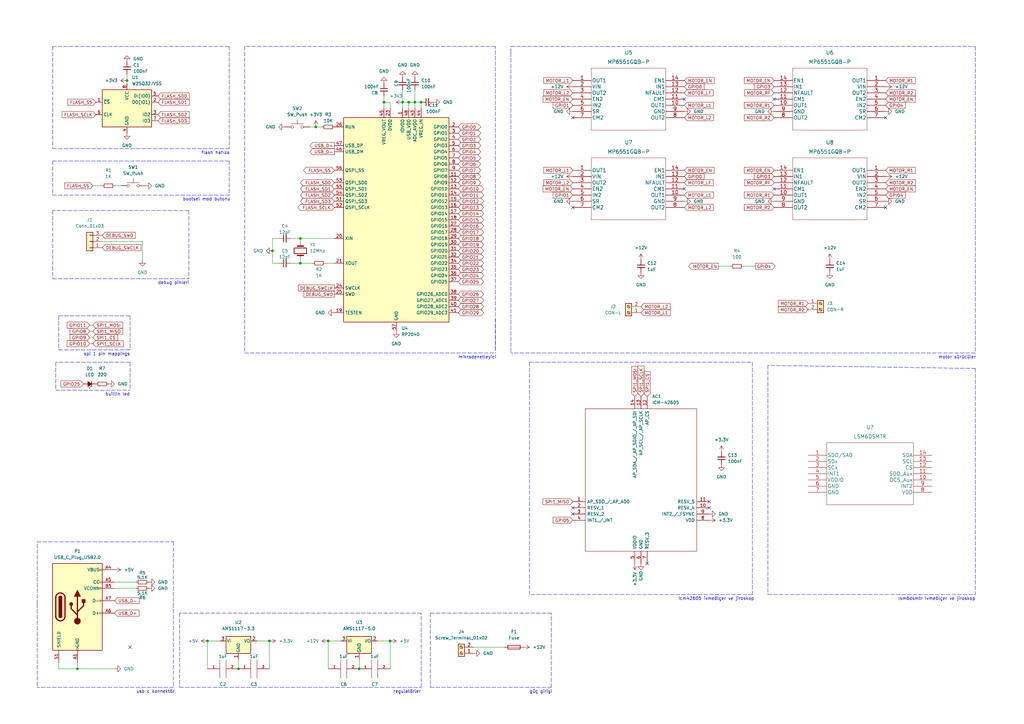
<source format=kicad_sch>
(kicad_sch (version 20211123) (generator eeschema)
  (paper "A3")
  (title_block (title "SFLKART"))
  (junction (at 167.64 41.91))
  (junction (at 111.76 102.87))
  (junction (at 123.19 107.95))
  (junction (at 134.62 262.89))
  (junction (at 110.49 262.89))
  (junction (at 85.09 262.89))
  (junction (at 123.19 97.79))
  (junction (at 147.32 274.32))
  (junction (at 160.02 262.89))
  (junction (at 129.54 52.07))
  (junction (at 172.72 41.91))
  (junction (at 97.79 274.32))
  (junction (at 31.75 274.32))
  (junction (at 52.07 33.02))
  (junction (at 170.18 41.91))
  (junction (at 165.1 41.91))
  (junction (at 157.48 41.91))
  (no_connect (at 280.67 77.47))
  (no_connect (at 317.5 77.47))
  (no_connect (at 265.43 231.14))
  (no_connect (at 234.95 208.28))
  (no_connect (at 234.95 210.82))
  (no_connect (at 290.83 205.74))
  (no_connect (at 290.83 208.28))
  (no_connect (at 363.22 85.09))
  (no_connect (at 317.5 40.64))
  (no_connect (at 363.22 48.26))
  (no_connect (at 280.67 40.64))
  (no_connect (at 234.95 48.26))
  (no_connect (at 234.95 85.09))
  (no_connect (at 53.34 265.43))
  (polyline (pts (xy 203.2 143.51) (xy 203.2 19.05)))
  (polyline (pts (xy 93.98 19.05) (xy 21.59 19.05)))
  (wire (pts (xy 170.18 41.91) (xy 172.72 41.91)))
  (polyline (pts (xy 176.53 251.46) (xy 226.06 251.46)))
  (polyline (pts (xy 400.05 19.05) (xy 400.05 144.78)))
  (polyline (pts (xy 21.59 19.05) (xy 21.59 60.96)))
  (wire (pts (xy 36.83 138.43) (xy 38.1 138.43)))
  (wire (pts (xy 85.09 262.89) (xy 85.09 274.32)))
  (wire (pts (xy 24.13 274.32) (xy 24.13 271.78)))
  (wire (pts (xy 165.1 41.91) (xy 165.1 44.45)))
  (polyline (pts (xy 71.12 281.94) (xy 15.24 281.94)))
  (polyline (pts (xy 24.13 129.54) (xy 24.13 143.51)))
  (wire (pts (xy 123.19 106.68) (xy 123.19 107.95)))
  (wire (pts (xy 127 52.07) (xy 129.54 52.07)))
  (polyline (pts (xy 53.34 148.59) (xy 22.86 148.59)))
  (wire (pts (xy 36.83 133.35) (xy 38.1 133.35)))
  (wire (pts (xy 46.99 274.32) (xy 31.75 274.32)))
  (wire (pts (xy 114.3 97.79) (xy 111.76 97.79)))
  (polyline (pts (xy 21.59 114.3) (xy 77.47 114.3)))
  (polyline (pts (xy 15.24 247.65) (xy 15.24 281.94)))
  (polyline (pts (xy 77.47 86.36) (xy 21.59 86.36)))
  (wire (pts (xy 147.32 270.51) (xy 147.32 274.32)))
  (wire (pts (xy 111.76 97.79) (xy 111.76 102.87)))
  (wire (pts (xy 157.48 39.37) (xy 157.48 41.91)))
  (polyline (pts (xy 100.33 19.05) (xy 100.33 144.78)))
  (wire (pts (xy 38.1 76.2) (xy 41.91 76.2)))
  (polyline (pts (xy 100.33 144.78) (xy 203.2 144.78)))
  (polyline (pts (xy 93.98 66.04) (xy 93.98 80.01)))
  (polyline (pts (xy 314.96 243.84) (xy 400.05 243.84)))
  (wire (pts (xy 52.07 33.02) (xy 52.07 34.29)))
  (polyline (pts (xy 15.24 222.25) (xy 71.12 222.25)))
  (polyline (pts (xy 73.66 281.94) (xy 172.72 281.94)))
  (polyline (pts (xy 217.17 148.59) (xy 308.61 148.59)))
  (wire (pts (xy 309.88 109.22) (xy 304.8 109.22)))
  (polyline (pts (xy 22.86 160.02) (xy 53.34 160.02)))
  (wire (pts (xy 114.3 107.95) (xy 111.76 107.95)))
  (polyline (pts (xy 73.66 251.46) (xy 73.66 281.94)))
  (polyline (pts (xy 15.24 247.65) (xy 15.24 222.25)))
  (wire (pts (xy 154.94 262.89) (xy 160.02 262.89)))
  (wire (pts (xy 160.02 41.91) (xy 160.02 44.45)))
  (wire (pts (xy 31.75 274.32) (xy 31.75 271.78)))
  (wire (pts (xy 157.48 41.91) (xy 157.48 44.45)))
  (polyline (pts (xy 93.98 19.05) (xy 93.98 60.96)))
  (polyline (pts (xy 203.2 130.81) (xy 203.2 144.78)))
  (polyline (pts (xy 172.72 251.46) (xy 73.66 251.46)))
  (wire (pts (xy 41.91 99.06) (xy 58.42 99.06)))
  (polyline (pts (xy 71.12 247.65) (xy 71.12 281.94)))
  (polyline (pts (xy 21.59 86.36) (xy 21.59 114.3)))
  (polyline (pts (xy 209.55 19.05) (xy 400.05 19.05)))
  (wire (pts (xy 157.48 41.91) (xy 160.02 41.91)))
  (polyline (pts (xy 77.47 86.36) (xy 77.47 114.3)))
  (polyline (pts (xy 314.96 149.86) (xy 314.96 243.84)))
  (polyline (pts (xy 400.05 144.78) (xy 209.55 144.78)))
  (wire (pts (xy 170.18 41.91) (xy 170.18 44.45)))
  (wire (pts (xy 36.83 135.89) (xy 38.1 135.89)))
  (wire (pts (xy 55.88 238.76) (xy 46.99 238.76)))
  (wire (pts (xy 85.09 262.89) (xy 90.17 262.89)))
  (wire (pts (xy 52.07 30.48) (xy 52.07 33.02)))
  (wire (pts (xy 160.02 262.89) (xy 160.02 274.32)))
  (wire (pts (xy 167.64 41.91) (xy 167.64 44.45)))
  (polyline (pts (xy 93.98 66.04) (xy 21.59 66.04)))
  (wire (pts (xy 194.31 265.43) (xy 207.01 265.43)))
  (polyline (pts (xy 21.59 66.04) (xy 21.59 80.01)))
  (wire (pts (xy 111.76 107.95) (xy 111.76 102.87)))
  (polyline (pts (xy 21.59 60.96) (xy 93.98 60.96)))
  (wire (pts (xy 97.79 270.51) (xy 97.79 274.32)))
  (wire (pts (xy 123.19 107.95) (xy 128.27 107.95)))
  (wire (pts (xy 58.42 99.06) (xy 58.42 106.68)))
  (wire (pts (xy 172.72 41.91) (xy 172.72 44.45)))
  (wire (pts (xy 119.38 97.79) (xy 123.19 97.79)))
  (polyline (pts (xy 400.05 151.13) (xy 314.96 149.86)))
  (polyline (pts (xy 21.59 80.01) (xy 93.98 80.01)))
  (wire (pts (xy 119.38 107.95) (xy 123.19 107.95)))
  (polyline (pts (xy 24.13 129.54) (xy 53.34 129.54)))
  (wire (pts (xy 123.19 97.79) (xy 123.19 99.06)))
  (wire (pts (xy 167.64 41.91) (xy 170.18 41.91)))
  (wire (pts (xy 24.13 274.32) (xy 31.75 274.32)))
  (wire (pts (xy 46.99 76.2) (xy 49.53 76.2)))
  (polyline (pts (xy 172.72 281.94) (xy 172.72 251.46)))
  (wire (pts (xy 170.18 36.83) (xy 170.18 41.91)))
  (polyline (pts (xy 209.55 21.59) (xy 209.55 19.05)))
  (wire (pts (xy 129.54 52.07) (xy 132.08 52.07)))
  (wire (pts (xy 123.19 97.79) (xy 137.16 97.79)))
  (polyline (pts (xy 203.2 19.05) (xy 100.33 19.05)))
  (polyline (pts (xy 308.61 243.84) (xy 217.17 243.84)))
  (wire (pts (xy 105.41 262.89) (xy 110.49 262.89)))
  (wire (pts (xy 165.1 36.83) (xy 165.1 41.91)))
  (polyline (pts (xy 209.55 21.59) (xy 209.55 144.78)))
  (polyline (pts (xy 24.13 143.51) (xy 53.34 143.51)))
  (polyline (pts (xy 226.06 281.94) (xy 226.06 251.46)))
  (polyline (pts (xy 176.53 251.46) (xy 176.53 281.94)))
  (polyline (pts (xy 217.17 148.59) (xy 217.17 243.84)))
  (polyline (pts (xy 22.86 148.59) (xy 22.86 160.02)))
  (polyline (pts (xy 308.61 148.59) (xy 308.61 243.84)))
  (wire (pts (xy 133.35 107.95) (xy 137.16 107.95)))
  (wire (pts (xy 36.83 140.97) (xy 38.1 140.97)))
  (polyline (pts (xy 176.53 281.94) (xy 226.06 281.94)))
  (polyline (pts (xy 53.34 129.54) (xy 53.34 143.51)))
  (wire (pts (xy 110.49 262.89) (xy 110.49 274.32)))
  (wire (pts (xy 165.1 41.91) (xy 167.64 41.91)))
  (polyline (pts (xy 71.12 222.25) (xy 71.12 247.65)))
  (wire (pts (xy 46.99 241.3) (xy 55.88 241.3)))
  (wire (pts (xy 134.62 262.89) (xy 134.62 274.32)))
  (wire (pts (xy 134.62 262.89) (xy 139.7 262.89)))
  (polyline (pts (xy 400.05 151.13) (xy 400.05 243.84)))
  (wire (pts (xy 294.64 109.22) (xy 299.72 109.22)))
  (polyline (pts (xy 53.34 148.59) (xy 53.34 160.02)))
  (text "bootsel mod butonu" (at 74.93 82.55 0) (effects (font (size 1.27 1.27)) (justify left bottom)))
  (text "güç girişi" (at 217.17 284.48 0) (effects (font (size 1.27 1.27)) (justify left bottom)))
  (text "mikrodenetleyici" (at 187.96 147.32 0) (effects (font (size 1.27 1.27)) (justify left bottom)))
  (text "icm42605 ivmeölçer ve jiroskop" (at 278.13 246.38 0) (effects (font (size 1.27 1.27)) (justify left bottom)))
  (text "spi 1 pin mappings\n" (at 34.29 146.05 0) (effects (font (size 1.27 1.27)) (justify left bottom)))
  (text "usb c konnektör\n" (at 55.88 284.48 0) (effects (font (size 1.27 1.27)) (justify left bottom)))
  (text "builtin led\n" (at 43.18 162.56 0) (effects (font (size 1.27 1.27)) (justify left bottom)))
  (text "motor sürücüler\n" (at 384.81 147.32 0) (effects (font (size 1.27 1.27)) (justify left bottom)))
  (text "flash hafıza" (at 82.55 63.5 0) (effects (font (size 1.27 1.27)) (justify left bottom)))
  (text "regulatörler\n" (at 161.29 284.48 0) (effects (font (size 1.27 1.27)) (justify left bottom)))
  (text "debug pinleri\n" (at 64.77 116.84 0) (effects (font (size 1.27 1.27)) (justify left bottom)))
  (text "lsm6dsmtr ivmeölçer ve jiroskop\n" (at 368.3 246.38 0) (effects (font (size 1.27 1.27)) (justify left bottom)))
  (global_label "DEBUG_SWCLK" (shape input) (at 41.91 101.6 0) (property "Sayfalar Arası Referanslar" "${INTERSHEET_REFS}" (effects hide)))
  (global_label "MOTOR_L1" (shape input) (at 262.89 128.27 0) (property "Sayfalar Arası Referanslar" "${INTERSHEET_REFS}" (effects hide)))
  (global_label "FLASH_SS" (shape input) (at 38.1 76.2 180) (property "Sayfalar Arası Referanslar" "${INTERSHEET_REFS}" (effects hide)))
  (global_label "SPI1_SCLK" (shape input) (at 262.89 162.56 90) (property "Sayfalar Arası Referanslar" "${INTERSHEET_REFS}" (effects hide)))
  (global_label "MOTOR_EN" (shape output) (at 294.64 109.22 180) (property "Sayfalar Arası Referanslar" "${INTERSHEET_REFS}" (effects hide)))
  (global_label "GPIO25" (shape bidirectional) (at 187.96 115.57 0) (property "Sayfalar Arası Referanslar" "${INTERSHEET_REFS}" (effects hide)))
  (global_label "SPI1_MOSI" (shape input) (at 38.1 133.35 0) (property "Sayfalar Arası Referanslar" "${INTERSHEET_REFS}" (effects hide)))
  (global_label "MOTOR_L2" (shape input) (at 280.67 85.09 0) (property "Sayfalar Arası Referanslar" "${INTERSHEET_REFS}" (effects hide)))
  (global_label "MOTOR_R1" (shape input) (at 363.22 33.02 0) (property "Sayfalar Arası Referanslar" "${INTERSHEET_REFS}" (effects hide)))
  (global_label "GPIO4" (shape output) (at 309.88 109.22 0) (property "Sayfalar Arası Referanslar" "${INTERSHEET_REFS}" (effects hide)))
  (global_label "SPI1_MISO" (shape input) (at 38.1 135.89 0) (property "Sayfalar Arası Referanslar" "${INTERSHEET_REFS}" (effects hide)))
  (global_label "GPIO2" (shape bidirectional) (at 187.96 57.15 0) (property "Sayfalar Arası Referanslar" "${INTERSHEET_REFS}" (effects hide)))
  (global_label "DEBUG_SWD" (shape input) (at 41.91 96.52 0) (property "Sayfalar Arası Referanslar" "${INTERSHEET_REFS}" (effects hide)))
  (global_label "MOTOR_L2" (shape input) (at 234.95 74.93 180) (property "Sayfalar Arası Referanslar" "${INTERSHEET_REFS}" (effects hide)))
  (global_label "GPIO3" (shape input) (at 317.5 35.56 180) (property "Sayfalar Arası Referanslar" "${INTERSHEET_REFS}" (effects hide)))
  (global_label "GPIO24" (shape bidirectional) (at 187.96 113.03 0) (property "Sayfalar Arası Referanslar" "${INTERSHEET_REFS}" (effects hide)))
  (global_label "MOTOR_L1" (shape input) (at 280.67 80.01 0) (property "Sayfalar Arası Referanslar" "${INTERSHEET_REFS}" (effects hide)))
  (global_label "FLASH_SD1" (shape bidirectional) (at 137.16 77.47 180) (property "Sayfalar Arası Referanslar" "${INTERSHEET_REFS}" (effects hide)))
  (global_label "GPIO5" (shape bidirectional) (at 187.96 64.77 0) (property "Sayfalar Arası Referanslar" "${INTERSHEET_REFS}" (effects hide)))
  (global_label "GPIO6" (shape bidirectional) (at 187.96 67.31 0) (property "Sayfalar Arası Referanslar" "${INTERSHEET_REFS}" (effects hide)))
  (global_label "MOTOR_RF" (shape input) (at 317.5 38.1 180) (property "Sayfalar Arası Referanslar" "${INTERSHEET_REFS}" (effects hide)))
  (global_label "GPIO7" (shape bidirectional) (at 187.96 69.85 0) (property "Sayfalar Arası Referanslar" "${INTERSHEET_REFS}" (effects hide)))
  (global_label "GPIO25" (shape input) (at 34.29 157.48 180) (property "Sayfalar Arası Referanslar" "${INTERSHEET_REFS}" (effects hide)))
  (global_label "GPIO16" (shape bidirectional) (at 187.96 92.71 0) (property "Sayfalar Arası Referanslar" "${INTERSHEET_REFS}" (effects hide)))
  (global_label "GPIO3" (shape bidirectional) (at 187.96 59.69 0) (property "Sayfalar Arası Referanslar" "${INTERSHEET_REFS}" (effects hide)))
  (global_label "MOTOR_R2" (shape input) (at 317.5 85.09 180) (property "Sayfalar Arası Referanslar" "${INTERSHEET_REFS}" (effects hide)))
  (global_label "MOTOR_EN" (shape input) (at 234.95 77.47 180) (property "Sayfalar Arası Referanslar" "${INTERSHEET_REFS}" (effects hide)))
  (global_label "GPIO23" (shape bidirectional) (at 187.96 110.49 0) (property "Sayfalar Arası Referanslar" "${INTERSHEET_REFS}" (effects hide)))
  (global_label "SPI1_CS" (shape input) (at 38.1 138.43 0) (property "Sayfalar Arası Referanslar" "${INTERSHEET_REFS}" (effects hide)))
  (global_label "GPIO15" (shape bidirectional) (at 187.96 90.17 0) (property "Sayfalar Arası Referanslar" "${INTERSHEET_REFS}" (effects hide)))
  (global_label "MOTOR_R1" (shape input) (at 363.22 69.85 0) (property "Sayfalar Arası Referanslar" "${INTERSHEET_REFS}" (effects hide)))
  (global_label "GPIO10" (shape bidirectional) (at 187.96 77.47 0) (property "Sayfalar Arası Referanslar" "${INTERSHEET_REFS}" (effects hide)))
  (global_label "GPIO4" (shape input) (at 363.22 43.18 0) (property "Sayfalar Arası Referanslar" "${INTERSHEET_REFS}" (effects hide)))
  (global_label "MOTOR_R1" (shape input) (at 331.47 124.46 180) (property "Sayfalar Arası Referanslar" "${INTERSHEET_REFS}" (effects hide)))
  (global_label "GPIO19" (shape bidirectional) (at 187.96 100.33 0) (property "Sayfalar Arası Referanslar" "${INTERSHEET_REFS}" (effects hide)))
  (global_label "MOTOR_R1" (shape input) (at 317.5 43.18 180) (property "Sayfalar Arası Referanslar" "${INTERSHEET_REFS}" (effects hide)))
  (global_label "FLASH_SD3" (shape bidirectional) (at 137.16 82.55 180) (property "Sayfalar Arası Referanslar" "${INTERSHEET_REFS}" (effects hide)))
  (global_label "GPIO11" (shape input) (at 36.83 133.35 180) (property "Sayfalar Arası Referanslar" "${INTERSHEET_REFS}" (effects hide)))
  (global_label "GPIO8" (shape bidirectional) (at 187.96 72.39 0) (property "Sayfalar Arası Referanslar" "${INTERSHEET_REFS}" (effects hide)))
  (global_label "GPIO22" (shape bidirectional) (at 187.96 107.95 0) (property "Sayfalar Arası Referanslar" "${INTERSHEET_REFS}" (effects hide)))
  (global_label "FLASH_SCLK" (shape input) (at 39.37 46.99 180) (property "Sayfalar Arası Referanslar" "${INTERSHEET_REFS}" (effects hide)))
  (global_label "GPIO21" (shape bidirectional) (at 187.96 105.41 0) (property "Sayfalar Arası Referanslar" "${INTERSHEET_REFS}" (effects hide)))
  (global_label "SPI1_SCLK" (shape input) (at 38.1 140.97 0) (property "Sayfalar Arası Referanslar" "${INTERSHEET_REFS}" (effects hide)))
  (global_label "GPIO5" (shape input) (at 234.95 213.36 180) (property "Sayfalar Arası Referanslar" "${INTERSHEET_REFS}" (effects hide)))
  (global_label "MOTOR_R2" (shape input) (at 363.22 38.1 0) (property "Sayfalar Arası Referanslar" "${INTERSHEET_REFS}" (effects hide)))
  (global_label "USB_D-" (shape output) (at 137.16 62.23 180) (property "Sayfalar Arası Referanslar" "${INTERSHEET_REFS}" (effects hide)))
  (global_label "USB_D+" (shape output) (at 137.16 59.69 180) (property "Sayfalar Arası Referanslar" "${INTERSHEET_REFS}" (effects hide)))
  (global_label "GPIO29" (shape bidirectional) (at 187.96 128.27 0) (property "Sayfalar Arası Referanslar" "${INTERSHEET_REFS}" (effects hide)))
  (global_label "GPIO3" (shape input) (at 317.5 72.39 180) (property "Sayfalar Arası Referanslar" "${INTERSHEET_REFS}" (effects hide)))
  (global_label "SPI1_CS" (shape input) (at 265.43 162.56 90) (property "Sayfalar Arası Referanslar" "${INTERSHEET_REFS}" (effects hide)))
  (global_label "GPIO26" (shape bidirectional) (at 187.96 120.65 0) (property "Sayfalar Arası Referanslar" "${INTERSHEET_REFS}" (effects hide)))
  (global_label "MOTOR_L1" (shape input) (at 234.95 69.85 180) (property "Sayfalar Arası Referanslar" "${INTERSHEET_REFS}" (effects hide)))
  (global_label "SPI1_MOSI" (shape input) (at 260.35 162.56 90) (property "Sayfalar Arası Referanslar" "${INTERSHEET_REFS}" (effects hide)))
  (global_label "GPIO9" (shape bidirectional) (at 187.96 74.93 0) (property "Sayfalar Arası Referanslar" "${INTERSHEET_REFS}" (effects hide)))
  (global_label "MOTOR_R2" (shape input) (at 363.22 74.93 0) (property "Sayfalar Arası Referanslar" "${INTERSHEET_REFS}" (effects hide)))
  (global_label "MOTOR_EN" (shape input) (at 317.5 69.85 180) (property "Sayfalar Arası Referanslar" "${INTERSHEET_REFS}" (effects hide)))
  (global_label "MOTOR_R2" (shape input) (at 317.5 48.26 180) (property "Sayfalar Arası Referanslar" "${INTERSHEET_REFS}" (effects hide)))
  (global_label "DEBUG_SWD" (shape passive) (at 137.16 120.65 180) (property "Sayfalar Arası Referanslar" "${INTERSHEET_REFS}" (effects hide)))
  (global_label "USB_D-" (shape input) (at 46.99 246.38 0) (property "Sayfalar Arası Referanslar" "${INTERSHEET_REFS}" (effects hide)))
  (global_label "MOTOR_L2" (shape input) (at 280.67 48.26 0) (property "Sayfalar Arası Referanslar" "${INTERSHEET_REFS}" (effects hide)))
  (global_label "GPIO17" (shape bidirectional) (at 187.96 95.25 0) (property "Sayfalar Arası Referanslar" "${INTERSHEET_REFS}" (effects hide)))
  (global_label "GPIO0" (shape bidirectional) (at 187.96 52.07 0) (property "Sayfalar Arası Referanslar" "${INTERSHEET_REFS}" (effects hide)))
  (global_label "MOTOR_L1" (shape input) (at 280.67 43.18 0) (property "Sayfalar Arası Referanslar" "${INTERSHEET_REFS}" (effects hide)))
  (global_label "FLASH_SD2" (shape bidirectional) (at 137.16 80.01 180) (property "Sayfalar Arası Referanslar" "${INTERSHEET_REFS}" (effects hide)))
  (global_label "MOTOR_EN" (shape input) (at 234.95 40.64 180) (property "Sayfalar Arası Referanslar" "${INTERSHEET_REFS}" (effects hide)))
  (global_label "MOTOR_LF" (shape input) (at 280.67 38.1 0) (property "Sayfalar Arası Referanslar" "${INTERSHEET_REFS}" (effects hide)))
  (global_label "GPIO0" (shape input) (at 280.67 72.39 0) (property "Sayfalar Arası Referanslar" "${INTERSHEET_REFS}" (effects hide)))
  (global_label "GPIO10" (shape input) (at 36.83 140.97 180) (property "Sayfalar Arası Referanslar" "${INTERSHEET_REFS}" (effects hide)))
  (global_label "MOTOR_EN" (shape input) (at 317.5 33.02 180) (property "Sayfalar Arası Referanslar" "${INTERSHEET_REFS}" (effects hide)))
  (global_label "GPIO28" (shape bidirectional) (at 187.96 125.73 0) (property "Sayfalar Arası Referanslar" "${INTERSHEET_REFS}" (effects hide)))
  (global_label "GPIO8" (shape input) (at 36.83 135.89 180) (property "Sayfalar Arası Referanslar" "${INTERSHEET_REFS}" (effects hide)))
  (global_label "FLASH_SD3" (shape input) (at 64.77 49.53 0) (property "Sayfalar Arası Referanslar" "${INTERSHEET_REFS}" (effects hide)))
  (global_label "GPIO12" (shape bidirectional) (at 187.96 82.55 0) (property "Sayfalar Arası Referanslar" "${INTERSHEET_REFS}" (effects hide)))
  (global_label "SPI1_MISO" (shape input) (at 234.95 205.74 180) (property "Sayfalar Arası Referanslar" "${INTERSHEET_REFS}" (effects hide)))
  (global_label "FLASH_SS" (shape input) (at 39.37 41.91 180) (property "Sayfalar Arası Referanslar" "${INTERSHEET_REFS}" (effects hide)))
  (global_label "USB_D+" (shape input) (at 46.99 251.46 0) (property "Sayfalar Arası Referanslar" "${INTERSHEET_REFS}" (effects hide)))
  (global_label "GPIO1" (shape bidirectional) (at 187.96 54.61 0) (property "Sayfalar Arası Referanslar" "${INTERSHEET_REFS}" (effects hide)))
  (global_label "GPIO11" (shape bidirectional) (at 187.96 80.01 0) (property "Sayfalar Arası Referanslar" "${INTERSHEET_REFS}" (effects hide)))
  (global_label "FLASH_SD1" (shape input) (at 64.77 41.91 0) (property "Sayfalar Arası Referanslar" "${INTERSHEET_REFS}" (effects hide)))
  (global_label "MOTOR_EN" (shape input) (at 363.22 77.47 0) (property "Sayfalar Arası Referanslar" "${INTERSHEET_REFS}" (effects hide)))
  (global_label "MOTOR_RF" (shape input) (at 317.5 74.93 180) (property "Sayfalar Arası Referanslar" "${INTERSHEET_REFS}" (effects hide)))
  (global_label "GPIO1" (shape input) (at 234.95 43.18 180) (property "Sayfalar Arası Referanslar" "${INTERSHEET_REFS}" (effects hide)))
  (global_label "GPIO0" (shape input) (at 280.67 35.56 0) (property "Sayfalar Arası Referanslar" "${INTERSHEET_REFS}" (effects hide)))
  (global_label "GPIO9" (shape input) (at 36.83 138.43 180) (property "Sayfalar Arası Referanslar" "${INTERSHEET_REFS}" (effects hide)))
  (global_label "GPIO4" (shape bidirectional) (at 187.96 62.23 0) (property "Sayfalar Arası Referanslar" "${INTERSHEET_REFS}" (effects hide)))
  (global_label "MOTOR_R2" (shape input) (at 331.47 127 180) (property "Sayfalar Arası Referanslar" "${INTERSHEET_REFS}" (effects hide)))
  (global_label "MOTOR_L1" (shape input) (at 234.95 33.02 180) (property "Sayfalar Arası Referanslar" "${INTERSHEET_REFS}" (effects hide)))
  (global_label "GPIO20" (shape bidirectional) (at 187.96 102.87 0) (property "Sayfalar Arası Referanslar" "${INTERSHEET_REFS}" (effects hide)))
  (global_label "MOTOR_L2" (shape input) (at 234.95 38.1 180) (property "Sayfalar Arası Referanslar" "${INTERSHEET_REFS}" (effects hide)))
  (global_label "DEBUG_SWCLK" (shape passive) (at 137.16 118.11 180) (property "Sayfalar Arası Referanslar" "${INTERSHEET_REFS}" (effects hide)))
  (global_label "GPIO13" (shape bidirectional) (at 187.96 85.09 0) (property "Sayfalar Arası Referanslar" "${INTERSHEET_REFS}" (effects hide)))
  (global_label "FLASH_SCLK" (shape bidirectional) (at 137.16 85.09 180) (property "Sayfalar Arası Referanslar" "${INTERSHEET_REFS}" (effects hide)))
  (global_label "MOTOR_R1" (shape input) (at 317.5 80.01 180) (property "Sayfalar Arası Referanslar" "${INTERSHEET_REFS}" (effects hide)))
  (global_label "GPIO1" (shape input) (at 234.95 80.01 180) (property "Sayfalar Arası Referanslar" "${INTERSHEET_REFS}" (effects hide)))
  (global_label "GPIO18" (shape bidirectional) (at 187.96 97.79 0) (property "Sayfalar Arası Referanslar" "${INTERSHEET_REFS}" (effects hide)))
  (global_label "FLASH_SS" (shape bidirectional) (at 137.16 69.85 180) (property "Sayfalar Arası Referanslar" "${INTERSHEET_REFS}" (effects hide)))
  (global_label "FLASH_SD2" (shape input) (at 64.77 46.99 0) (property "Sayfalar Arası Referanslar" "${INTERSHEET_REFS}" (effects hide)))
  (global_label "MOTOR_LF" (shape input) (at 280.67 74.93 0) (property "Sayfalar Arası Referanslar" "${INTERSHEET_REFS}" (effects hide)))
  (global_label "GPIO14" (shape bidirectional) (at 187.96 87.63 0) (property "Sayfalar Arası Referanslar" "${INTERSHEET_REFS}" (effects hide)))
  (global_label "GPIO27" (shape bidirectional) (at 187.96 123.19 0) (property "Sayfalar Arası Referanslar" "${INTERSHEET_REFS}" (effects hide)))
  (global_label "MOTOR_EN" (shape input) (at 280.67 69.85 0) (property "Sayfalar Arası Referanslar" "${INTERSHEET_REFS}" (effects hide)))
  (global_label "MOTOR_EN" (shape input) (at 280.67 33.02 0) (property "Sayfalar Arası Referanslar" "${INTERSHEET_REFS}" (effects hide)))
  (global_label "FLASH_SD0" (shape bidirectional) (at 137.16 74.93 180) (property "Sayfalar Arası Referanslar" "${INTERSHEET_REFS}" (effects hide)))
  (global_label "MOTOR_EN" (shape input) (at 363.22 40.64 0) (property "Sayfalar Arası Referanslar" "${INTERSHEET_REFS}" (effects hide)))
  (global_label "MOTOR_L2" (shape input) (at 262.89 125.73 0) (property "Sayfalar Arası Referanslar" "${INTERSHEET_REFS}" (effects hide)))
  (global_label "FLASH_SD0" (shape input) (at 64.77 39.37 0) (property "Sayfalar Arası Referanslar" "${INTERSHEET_REFS}" (effects hide)))
  (global_label "GPIO4" (shape input) (at 363.22 80.01 0) (property "Sayfalar Arası Referanslar" "${INTERSHEET_REFS}" (effects hide)))
  (symbol (lib_id "power:GND") (at 58.42 106.68 0) (unit 1)
    (property "Reference" "#PWR0133" (effects hide))
    (property "Value" "GND" (at 58.42 111.76 0))
  )
  (symbol (lib_id "Device:LED_Small_Filled") (at 36.83 157.48 180) (unit 1)
    (property "Reference" "D1" (at 36.7665 151.13 0))
    (property "Value" "LED" (at 36.7665 153.67 0))
  )
  (symbol (lib_id "Device:C_Small") (at 52.07 27.94 0) (unit 1)
    (property "Reference" "C1" (at 54.61 26.6762 0) (effects (justify left)))
    (property "Value" "100nF" (at 54.61 29.2162 0) (effects (justify left)))
  )
  (symbol (lib_id "Device:C_Small") (at 262.89 109.22 0) (unit 1)
    (property "Reference" "C12" (at 265.43 107.9562 0) (effects (justify left)))
    (property "Value" "1uF" (at 265.43 110.4962 0) (effects (justify left)))
  )
  (symbol (lib_id "Regulator_Linear:AMS1117-3.3") (at 97.79 262.89 0) (unit 1)
    (property "Reference" "U2" (at 97.79 255.27 0))
    (property "Value" "AMS1117-3.3" (at 97.79 257.81 0))
    (property "Footprint" "Package_TO_SOT_SMD:SOT-223-3_TabPin2" (effects hide))
    (property "Datasheet" "http://www.advanced-monolithic.com/pdf/ds1117.pdf" (effects hide))
  )
  (symbol (lib_id "power:GND") (at 177.8 41.91 90) (unit 1)
    (property "Reference" "#PWR0119" (effects hide))
    (property "Value" "GND" (at 181.61 41.9099 90) (effects (justify right)))
  )
  (symbol (lib_id "power:+12V") (at 214.63 265.43 270) (unit 1)
    (property "Reference" "#PWR04" (effects hide))
    (property "Value" "+12V" (at 218.44 265.4299 90) (effects (justify left)))
  )
  (symbol (lib_id "moduller:LSM6DSMTR") (at 331.47 186.69 0) (unit 1)
    (property "Reference" "U?" (at 356.87 175.26 0) (effects (font (size 1.524 1.524))))
    (property "Value" "LSM6DSMTR" (at 356.87 179.07 0) (effects (font (size 1.524 1.524))))
    (property "Footprint" "LGA-14L_2P5X3X0P83_STM" (effects hide))
  )
  (symbol (lib_id "Device:C_Small") (at 340.36 109.22 0) (unit 1)
    (property "Reference" "C14" (at 342.9 107.9562 0) (effects (justify left)))
    (property "Value" "1uF" (at 342.9 110.4962 0) (effects (justify left)))
  )
  (symbol (lib_id "pspice:C") (at 140.97 274.32 90) (unit 1)
    (property "Reference" "C6" (at 140.97 280.67 90))
    (property "Value" "1uF" (at 140.97 269.24 90))
    (property "Footprint" "Capacitor_SMD:C_0603_1608Metric" (effects hide))
  )
  (symbol (lib_id "Memory_Flash:W25Q32JVSS") (at 52.07 44.45 0) (unit 1)
    (property "Reference" "U1" (at 54.0894 31.75 0) (effects (justify left)))
    (property "Value" "W25Q32JVSS" (at 54.0894 34.29 0) (effects (justify left)))
    (property "Footprint" "Package_SO:SOIC-8_5.23x5.23mm_P1.27mm" (effects hide))
    (property "Datasheet" "http://www.winbond.com/resource-files/w25q32jv%20revg%2003272018%20plus.pdf" (effects hide))
  )
  (symbol (lib_id "Device:R_Small") (at 58.42 238.76 90) (unit 1)
    (property "Reference" "R5" (at 58.42 234.95 90))
    (property "Value" "5.1K" (at 58.4148 236.8034 90))
  )
  (symbol (lib_id "Device:C_Small") (at 165.1 34.29 0) (unit 1)
    (property "Reference" "C9" (at 162.56 35.56 90) (effects (justify left)))
    (property "Value" "100nF" (at 167.64 38.1 90) (effects (justify left)))
  )
  (symbol (lib_id "Device:R_Small") (at 44.45 76.2 90) (unit 1)
    (property "Reference" "R1" (at 44.45 69.85 90))
    (property "Value" "1K" (at 44.45 72.39 90))
  )
  (symbol (lib_id "power:+12V") (at 234.95 35.56 90) (unit 1)
    (property "Reference" "#PWR0106" (effects hide))
    (property "Value" "+12V" (at 231.14 35.5599 90) (effects (justify left)))
  )
  (symbol (lib_id "power:+5V") (at 46.99 233.68 270) (unit 1)
    (property "Reference" "#PWR0131" (effects hide))
    (property "Value" "+5V" (at 50.8 233.6799 90) (effects (justify left)))
  )
  (symbol (lib_id "Connector:Screw_Terminal_01x02") (at 189.23 267.97 180) (unit 1)
    (property "Reference" "J4" (at 189.23 259.08 0))
    (property "Value" "Screw_Terminal_01x02" (at 189.23 261.62 0))
  )
  (symbol (lib_id "Connector:USB_C_Plug_USB2.0") (at 31.75 248.92 0) (unit 1)
    (property "Reference" "P1" (at 31.75 226.06 0))
    (property "Value" "USB_C_Plug_USB2.0" (at 31.75 228.6 0))
    (property "Footprint" "Connector_USB:USB_C_Receptacle_GCT_USB4115-03-C" (effects hide))
    (property "Datasheet" "https://www.usb.org/sites/default/files/documents/usb_type-c.zip" (effects hide))
  )
  (symbol (lib_id "power:GND") (at 162.56 135.89 0) (unit 1)
    (property "Reference" "#PWR0124" (effects hide))
    (property "Value" "GND" (at 162.56 140.97 0))
  )
  (symbol (lib_id "power:GND") (at 262.89 111.76 0) (unit 1)
    (property "Reference" "#PWR0110" (effects hide))
    (property "Value" "GND" (at 262.89 116.84 0))
  )
  (symbol (lib_id "Device:C_Small") (at 170.18 34.29 0) (unit 1)
    (property "Reference" "C10" (at 172.72 33.0262 0) (effects (justify left)))
    (property "Value" "100nF" (at 172.72 35.5662 0) (effects (justify left)))
  )
  (symbol (lib_id "Device:Fuse") (at 210.82 265.43 90) (unit 1)
    (property "Reference" "F1" (at 210.82 259.08 90))
    (property "Value" "Fuse" (at 210.82 261.62 90))
    (property "Footprint" "Fuse:Fuse_Littelfuse-LVR100" (effects hide))
  )
  (symbol (lib_id "power:GND") (at 157.48 34.29 180) (unit 1)
    (property "Reference" "#PWR0121" (effects hide))
    (property "Value" "GND" (at 157.48 29.21 0))
  )
  (symbol (lib_id "power:GND") (at 116.84 52.07 270) (unit 1)
    (property "Reference" "#PWR0117" (effects hide))
    (property "Value" "GND" (at 113.03 52.0699 90) (effects (justify right)))
  )
  (symbol (lib_id "power:GND") (at 234.95 45.72 270) (unit 1)
    (property "Reference" "#PWR0107" (effects hide))
    (property "Value" "GND" (at 231.14 45.7199 90) (effects (justify right)))
  )
  (symbol (lib_id "Switch:SW_Push") (at 54.61 76.2 0) (unit 1)
    (property "Reference" "SW1" (at 54.61 68.58 0))
    (property "Value" "SW_Push" (at 54.61 71.12 0))
  )
  (symbol (lib_id "moduller:MP6551GQB-P") (at 234.95 33.02 0) (unit 1)
    (property "Reference" "U5" (at 257.81 21.59 0) (effects (font (size 1.524 1.524))))
    (property "Value" "MP6551GQB-P" (at 257.81 25.4 0) (effects (font (size 1.524 1.524))))
    (property "Footprint" "QFN-14_MP6551_MNP" (effects hide))
  )
  (symbol (lib_id "power:+12V") (at 363.22 35.56 270) (mirror x) (unit 1)
    (property "Reference" "#PWR0102" (effects hide))
    (property "Value" "+12V" (at 367.03 35.5599 90) (effects (justify left)))
  )
  (symbol (lib_id "power:+12V") (at 134.62 262.89 90) (unit 1)
    (property "Reference" "#PWR0128" (effects hide))
    (property "Value" "+12V" (at 130.81 262.8899 90) (effects (justify left)))
  )
  (symbol (lib_id "power:GND") (at 60.96 238.76 90) (unit 1)
    (property "Reference" "#PWR01" (effects hide))
    (property "Value" "GND" (at 64.77 238.7599 90) (effects (justify right)))
  )
  (symbol (lib_id "power:GND") (at 317.5 45.72 270) (unit 1)
    (property "Reference" "#PWR0103" (effects hide))
    (property "Value" "GND" (at 313.69 45.7199 90) (effects (justify right)))
  )
  (symbol (lib_id "power:GND") (at 290.83 210.82 90) (unit 1)
    (property "Reference" "#PWR0113" (effects hide))
    (property "Value" "GND" (at 294.64 210.8199 90) (effects (justify right)))
  )
  (symbol (lib_id "Device:C_Small") (at 116.84 107.95 90) (unit 1)
    (property "Reference" "C5" (at 116.84 102.87 90))
    (property "Value" "12pF" (at 116.84 105.41 90))
  )
  (symbol (lib_id "power:GND") (at 234.95 82.55 270) (unit 1)
    (property "Reference" "#PWR07" (effects hide))
    (property "Value" "GND" (at 231.14 82.5499 90) (effects (justify right)))
  )
  (symbol (lib_id "moduller:MP6551GQB-P") (at 363.22 69.85 0) (mirror y) (unit 1)
    (property "Reference" "U8" (at 340.36 58.42 0) (effects (font (size 1.524 1.524))))
    (property "Value" "MP6551GQB-P" (at 340.36 62.23 0) (effects (font (size 1.524 1.524))))
    (property "Footprint" "QFN-14_MP6551_MNP" (effects hide))
  )
  (symbol (lib_id "Device:C_Small") (at 175.26 41.91 90) (unit 1)
    (property "Reference" "C11" (at 177.8 43.18 90))
    (property "Value" "100nF" (at 177.8 45.72 90))
  )
  (symbol (lib_id "power:+3.3V") (at 290.83 213.36 270) (unit 1)
    (property "Reference" "#PWR0112" (effects hide))
    (property "Value" "+3.3V" (at 294.64 213.3599 90) (effects (justify left)))
  )
  (symbol (lib_id "power:+12V") (at 363.22 72.39 270) (mirror x) (unit 1)
    (property "Reference" "#PWR010" (effects hide))
    (property "Value" "+12V" (at 367.03 72.3899 90) (effects (justify left)))
  )
  (symbol (lib_id "power:GND") (at 363.22 45.72 90) (unit 1)
    (property "Reference" "#PWR0101" (effects hide))
    (property "Value" "GND" (at 367.03 45.7199 90) (effects (justify right)))
  )
  (symbol (lib_id "Connector_Generic:Conn_01x03") (at 36.83 99.06 180) (unit 1)
    (property "Reference" "J1" (at 36.83 90.17 0))
    (property "Value" "Conn_01x03" (at 36.83 92.71 0))
    (property "Footprint" "Connector_PinHeader_2.54mm:PinHeader_1x03_P2.54mm_Vertical" (effects hide))
  )
  (symbol (lib_id "power:+3V3") (at 52.07 33.02 90) (unit 1)
    (property "Reference" "#PWR0135" (effects hide))
    (property "Value" "+3V3" (at 48.26 33.0199 90) (effects (justify left)))
  )
  (symbol (lib_id "Connector:Screw_Terminal_01x02") (at 336.55 124.46 0) (unit 1)
    (property "Reference" "J3" (at 339.09 124.4599 0) (effects (justify left)))
    (property "Value" "CON-R" (at 339.09 126.9999 0) (effects (justify left)))
  )
  (symbol (lib_id "power:+12V") (at 262.89 106.68 0) (unit 1)
    (property "Reference" "#PWR0109" (effects hide))
    (property "Value" "+12V" (at 262.89 101.6 0))
  )
  (symbol (lib_id "moduller:MP6551GQB-P") (at 234.95 69.85 0) (unit 1)
    (property "Reference" "U7" (at 257.81 58.42 0) (effects (font (size 1.524 1.524))))
    (property "Value" "MP6551GQB-P" (at 257.81 62.23 0) (effects (font (size 1.524 1.524))))
    (property "Footprint" "QFN-14_MP6551_MNP" (effects hide))
  )
  (symbol (lib_id "Device:Crystal") (at 123.19 102.87 90) (unit 1)
    (property "Reference" "Y1" (at 127 100.33 90) (effects (justify right)))
    (property "Value" "12MHz" (at 127 102.87 90) (effects (justify right)))
  )
  (symbol (lib_id "moduller:ICM-42605") (at 234.95 205.74 0) (unit 1)
    (property "Reference" "AC1" (at 267.4494 162.56 0) (effects (justify left)))
    (property "Value" "ICM-42605" (at 267.4494 165.1 0) (effects (justify left)))
    (property "Footprint" "moduller:IIM42352" (effects hide))
    (property "Datasheet" "https://3cfeqx1hf82y3xcoull08ihx-wpengine.netdna-ssl.com/wp-content/uploads/2020/09/DS-000292-ICM-42605-v1.5.pdf" (effects hide))
    (property "Description" "IMU (Inertial Measurement Unit), 6-Axis, Accelerometer, Gyroscope" (effects hide))
    (property "Manufacturer_Name" "TDK" (effects hide))
    (property "Manufacturer_Part_Number" "ICM-42605" (effects hide))
    (property "Mouser Part Number" "410-ICM-42605" (effects hide))
    (property "Mouser Price/Stock" "https://www.mouser.co.uk/ProductDetail/TDK-InvenSense/ICM-42605?qs=gZXFycFWdAO0MPgeewGYjQ%3D%3D" (effects hide))
    (property "Arrow Part Number" "ICM-42605" (effects hide))
    (property "Arrow Price/Stock" "https://www.arrow.com/en/products/icm-42605/invensense?region=nac" (effects hide))
  )
  (symbol (lib_id "power:+3V3") (at 165.1 41.91 90) (unit 1)
    (property "Reference" "#PWR0123" (effects hide))
    (property "Value" "+3V3" (at 165.1 39.37 90) (effects (justify left)))
  )
  (symbol (lib_id "power:GND") (at 262.89 231.14 0) (unit 1)
    (property "Reference" "#PWR0116" (effects hide))
    (property "Value" "GND" (at 262.89 236.22 90))
  )
  (symbol (lib_id "power:GND") (at 280.67 82.55 90) (unit 1)
    (property "Reference" "#PWR08" (effects hide))
    (property "Value" "GND" (at 284.48 82.5499 90) (effects (justify right)))
  )
  (symbol (lib_id "power:+5V") (at 85.09 262.89 90) (unit 1)
    (property "Reference" "#PWR0130" (effects hide))
    (property "Value" "+5V" (at 81.28 262.8899 90) (effects (justify left)))
  )
  (symbol (lib_id "Device:R_Small") (at 134.62 52.07 270) (unit 1)
    (property "Reference" "R3" (at 134.62 46.99 90))
    (property "Value" "10K" (at 134.62 49.53 90))
  )
  (symbol (lib_id "Device:R_Small") (at 130.81 107.95 90) (unit 1)
    (property "Reference" "R2" (at 130.81 110.49 90))
    (property "Value" "1K" (at 130.81 113.03 90))
  )
  (symbol (lib_id "power:GND") (at 194.31 267.97 90) (unit 1)
    (property "Reference" "#PWR03" (effects hide))
    (property "Value" "GND" (at 198.12 267.9699 90) (effects (justify right)))
  )
  (symbol (lib_id "power:GND") (at 60.96 241.3 90) (unit 1)
    (property "Reference" "#PWR02" (effects hide))
    (property "Value" "GND" (at 64.77 241.2999 90) (effects (justify right)))
  )
  (symbol (lib_id "MCU_RaspberryPi:RP2040") (at 162.56 90.17 0) (unit 1)
    (property "Reference" "U4" (at 164.5794 134.62 0) (effects (justify left)))
    (property "Value" "RP2040" (at 164.5794 137.16 0) (effects (justify left)))
    (property "Footprint" "Package_DFN_QFN:QFN-56-1EP_7x7mm_P0.4mm_EP3.2x3.2mm" (effects hide))
    (property "Datasheet" "https://datasheets.raspberrypi.com/rp2040/rp2040-datasheet.pdf" (effects hide))
  )
  (symbol (lib_id "power:+12V") (at 340.36 106.68 0) (unit 1)
    (property "Reference" "#PWR0104" (effects hide))
    (property "Value" "+12V" (at 340.36 101.6 0))
  )
  (symbol (lib_id "power:+3.3V") (at 110.49 262.89 270) (unit 1)
    (property "Reference" "#PWR0127" (effects hide))
    (property "Value" "+3.3V" (at 114.3 262.8899 90) (effects (justify left)))
  )
  (symbol (lib_id "power:GND") (at 137.16 128.27 270) (unit 1)
    (property "Reference" "#PWR0125" (effects hide))
    (property "Value" "GND" (at 133.35 128.2699 90) (effects (justify right)))
  )
  (symbol (lib_id "power:GND") (at 59.69 76.2 90) (unit 1)
    (property "Reference" "#PWR0137" (effects hide))
    (property "Value" "GND" (at 63.5 76.1999 90) (effects (justify right)))
  )
  (symbol (lib_id "power:+3V3") (at 129.54 52.07 0) (unit 1)
    (property "Reference" "#PWR0126" (effects hide))
    (property "Value" "+3V3" (at 129.54 46.99 0))
  )
  (symbol (lib_id "power:GND") (at 280.67 45.72 90) (unit 1)
    (property "Reference" "#PWR0108" (effects hide))
    (property "Value" "GND" (at 284.48 45.7199 90) (effects (justify right)))
  )
  (symbol (lib_id "power:GND") (at 52.07 54.61 0) (unit 1)
    (property "Reference" "#PWR0136" (effects hide))
    (property "Value" "GND" (at 52.07 59.69 0))
  )
  (symbol (lib_id "power:GND") (at 317.5 82.55 270) (unit 1)
    (property "Reference" "#PWR09" (effects hide))
    (property "Value" "GND" (at 313.69 82.5499 90) (effects (justify right)))
  )
  (symbol (lib_id "power:GND") (at 295.91 190.5 0) (unit 1)
    (property "Reference" "#PWR0114" (effects hide))
    (property "Value" "GND" (at 295.91 195.58 0))
  )
  (symbol (lib_id "Connector:Screw_Terminal_01x02") (at 257.81 128.27 180) (unit 1)
    (property "Reference" "J2" (at 251.46 125.73 0))
    (property "Value" "CON-L" (at 251.46 128.27 0))
  )
  (symbol (lib_id "Device:R_Small") (at 302.26 109.22 90) (unit 1)
    (property "Reference" "R4" (at 302.26 102.87 90))
    (property "Value" "100" (at 302.26 105.41 90))
  )
  (symbol (lib_id "Device:C_Small") (at 157.48 36.83 0) (unit 1)
    (property "Reference" "C8" (at 153.67 38.1 0))
    (property "Value" "100nF" (at 152.4 35.56 0))
  )
  (symbol (lib_id "power:GND") (at 44.45 157.48 90) (unit 1)
    (property "Reference" "#PWR05" (effects hide))
    (property "Value" "GND" (at 48.26 157.4799 90) (effects (justify right)))
  )
  (symbol (lib_id "power:GND") (at 170.18 31.75 180) (unit 1)
    (property "Reference" "#PWR0122" (effects hide))
    (property "Value" "GND" (at 170.18 26.67 0))
  )
  (symbol (lib_id "Device:C_Small") (at 295.91 187.96 180) (unit 1)
    (property "Reference" "C13" (at 298.45 186.6835 0) (effects (justify right)))
    (property "Value" "100nF" (at 298.45 189.2235 0) (effects (justify right)))
  )
  (symbol (lib_id "Switch:SW_Push") (at 121.92 52.07 0) (unit 1)
    (property "Reference" "SW2" (at 121.92 44.45 0))
    (property "Value" "SW_Push" (at 121.92 46.99 0))
  )
  (symbol (lib_id "power:+5V") (at 160.02 262.89 270) (unit 1)
    (property "Reference" "#PWR0129" (effects hide))
    (property "Value" "+5V" (at 163.83 262.8899 90) (effects (justify left)))
  )
  (symbol (lib_id "power:GND") (at 363.22 82.55 90) (unit 1)
    (property "Reference" "#PWR011" (effects hide))
    (property "Value" "GND" (at 367.03 82.5499 90) (effects (justify right)))
  )
  (symbol (lib_id "power:+3.3V") (at 260.35 231.14 180) (unit 1)
    (property "Reference" "#PWR0115" (effects hide))
    (property "Value" "+3.3V" (at 260.35 237.49 90))
  )
  (symbol (lib_id "Device:R_Small") (at 58.42 241.3 270) (unit 1)
    (property "Reference" "R6" (at 58.42 245.11 90))
    (property "Value" "5.1K" (at 58.4252 243.2566 90))
  )
  (symbol (lib_id "Device:C_Small") (at 116.84 97.79 90) (unit 1)
    (property "Reference" "C4" (at 116.84 92.71 90))
    (property "Value" "12pF" (at 116.84 95.25 90))
  )
  (symbol (lib_id "pspice:C") (at 153.67 274.32 90) (mirror x) (unit 1)
    (property "Reference" "C7" (at 153.67 280.67 90))
    (property "Value" "1uF" (at 153.67 269.24 90))
    (property "Footprint" "Capacitor_SMD:C_0603_1608Metric" (effects hide))
  )
  (symbol (lib_id "power:GND") (at 52.07 25.4 180) (unit 1)
    (property "Reference" "#PWR0134" (effects hide))
    (property "Value" "GND" (at 54.61 24.1299 0) (effects (justify right)))
  )
  (symbol (lib_id "power:GND") (at 165.1 31.75 180) (unit 1)
    (property "Reference" "#PWR0120" (effects hide))
    (property "Value" "GND" (at 165.1 26.67 0))
  )
  (symbol (lib_id "power:+3.3V") (at 295.91 185.42 0) (unit 1)
    (property "Reference" "#PWR0111" (effects hide))
    (property "Value" "+3.3V" (at 295.91 180.34 0))
  )
  (symbol (lib_id "moduller:MP6551GQB-P") (at 363.22 33.02 0) (mirror y) (unit 1)
    (property "Reference" "U6" (at 340.36 21.59 0) (effects (font (size 1.524 1.524))))
    (property "Value" "MP6551GQB-P" (at 340.36 25.4 0) (effects (font (size 1.524 1.524))))
    (property "Footprint" "QFN-14_MP6551_MNP" (effects hide))
  )
  (symbol (lib_id "power:+12V") (at 234.95 72.39 90) (unit 1)
    (property "Reference" "#PWR06" (effects hide))
    (property "Value" "+12V" (at 231.14 72.3899 90) (effects (justify left)))
  )
  (symbol (lib_id "power:GND") (at 46.99 274.32 90) (unit 1)
    (property "Reference" "#PWR0132" (effects hide))
    (property "Value" "GND" (at 50.8 274.3199 90) (effects (justify right)))
  )
  (symbol (lib_id "power:GND") (at 340.36 111.76 0) (unit 1)
    (property "Reference" "#PWR0105" (effects hide))
    (property "Value" "GND" (at 340.36 116.84 0))
  )
  (symbol (lib_id "pspice:C") (at 104.14 274.32 90) (mirror x) (unit 1)
    (property "Reference" "C3" (at 104.14 280.67 90))
    (property "Value" "1uF" (at 104.14 269.24 90))
    (property "Footprint" "Capacitor_SMD:C_0603_1608Metric" (effects hide))
  )
  (symbol (lib_id "Device:R_Small") (at 41.91 157.48 90) (unit 1)
    (property "Reference" "R7" (at 41.91 151.13 90))
    (property "Value" "220" (at 41.91 153.67 90))
  )
  (symbol (lib_id "power:GND") (at 111.76 102.87 270) (unit 1)
    (property "Reference" "#PWR0118" (effects hide))
    (property "Value" "GND" (at 107.95 102.8699 90) (effects (justify right)))
  )
  (symbol (lib_id "pspice:C") (at 91.44 274.32 90) (unit 1)
    (property "Reference" "C2" (at 91.44 280.67 90))
    (property "Value" "1uF" (at 91.44 269.24 90))
    (property "Footprint" "Capacitor_SMD:C_0603_1608Metric" (effects hide))
  )
  (symbol (lib_id "Regulator_Linear:AMS1117-5.0") (at 147.32 262.89 0) (unit 1)
    (property "Reference" "U3" (at 147.32 255.27 0))
    (property "Value" "AMS1117-5.0" (at 147.32 257.81 0))
    (property "Footprint" "Package_TO_SOT_SMD:SOT-223-3_TabPin2" (effects hide))
    (property "Datasheet" "http://www.advanced-monolithic.com/pdf/ds1117.pdf" (effects hide))
  )
)
</source>
